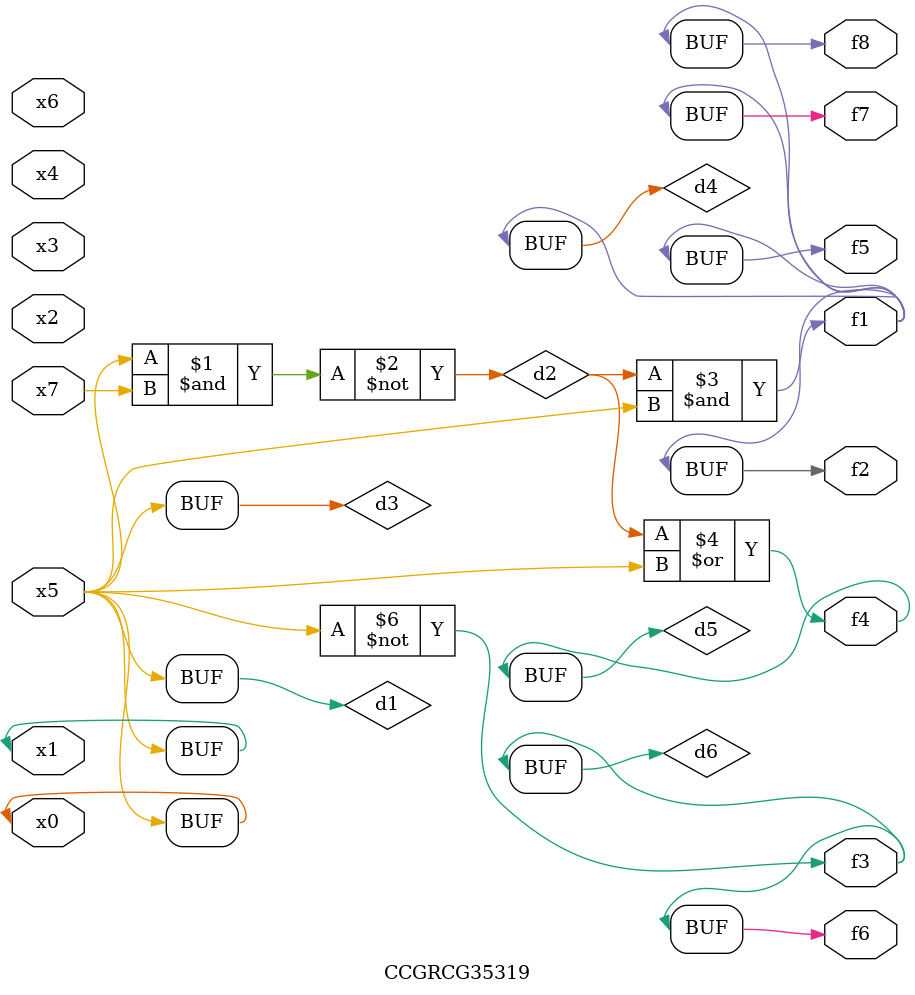
<source format=v>
module CCGRCG35319(
	input x0, x1, x2, x3, x4, x5, x6, x7,
	output f1, f2, f3, f4, f5, f6, f7, f8
);

	wire d1, d2, d3, d4, d5, d6;

	buf (d1, x0, x5);
	nand (d2, x5, x7);
	buf (d3, x0, x1);
	and (d4, d2, d3);
	or (d5, d2, d3);
	nor (d6, d1, d3);
	assign f1 = d4;
	assign f2 = d4;
	assign f3 = d6;
	assign f4 = d5;
	assign f5 = d4;
	assign f6 = d6;
	assign f7 = d4;
	assign f8 = d4;
endmodule

</source>
